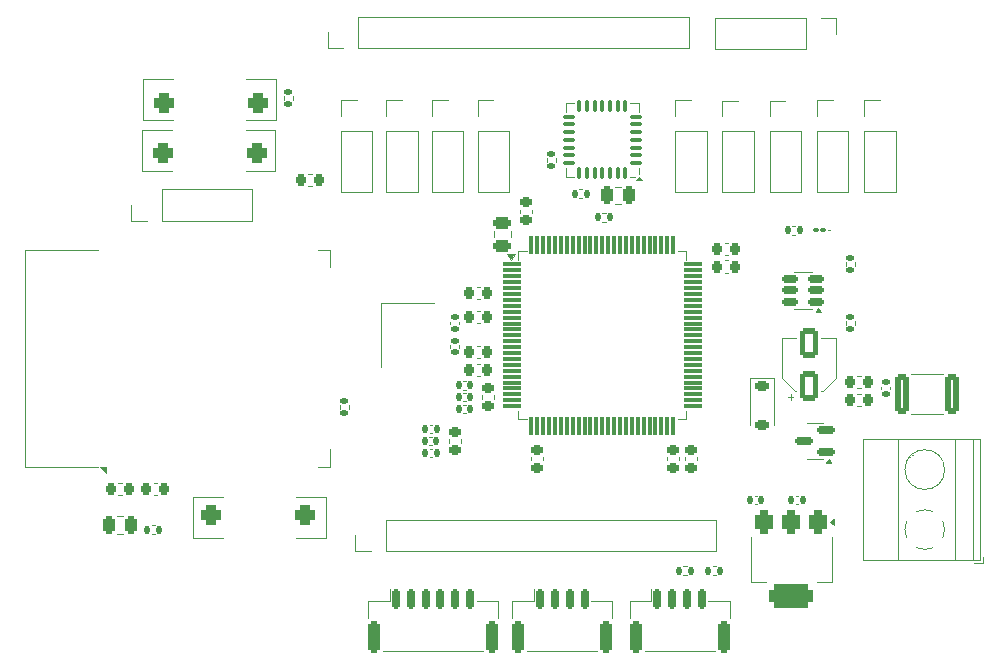
<source format=gto>
G04 #@! TF.GenerationSoftware,KiCad,Pcbnew,8.0.4*
G04 #@! TF.CreationDate,2024-09-23T19:03:46-05:00*
G04 #@! TF.ProjectId,STM32_board,53544d33-325f-4626-9f61-72642e6b6963,rev?*
G04 #@! TF.SameCoordinates,Original*
G04 #@! TF.FileFunction,Legend,Top*
G04 #@! TF.FilePolarity,Positive*
%FSLAX46Y46*%
G04 Gerber Fmt 4.6, Leading zero omitted, Abs format (unit mm)*
G04 Created by KiCad (PCBNEW 8.0.4) date 2024-09-23 19:03:46*
%MOMM*%
%LPD*%
G01*
G04 APERTURE LIST*
G04 Aperture macros list*
%AMRoundRect*
0 Rectangle with rounded corners*
0 $1 Rounding radius*
0 $2 $3 $4 $5 $6 $7 $8 $9 X,Y pos of 4 corners*
0 Add a 4 corners polygon primitive as box body*
4,1,4,$2,$3,$4,$5,$6,$7,$8,$9,$2,$3,0*
0 Add four circle primitives for the rounded corners*
1,1,$1+$1,$2,$3*
1,1,$1+$1,$4,$5*
1,1,$1+$1,$6,$7*
1,1,$1+$1,$8,$9*
0 Add four rect primitives between the rounded corners*
20,1,$1+$1,$2,$3,$4,$5,0*
20,1,$1+$1,$4,$5,$6,$7,0*
20,1,$1+$1,$6,$7,$8,$9,0*
20,1,$1+$1,$8,$9,$2,$3,0*%
G04 Aperture macros list end*
%ADD10C,0.120000*%
%ADD11C,0.100000*%
%ADD12RoundRect,0.225000X0.225000X0.250000X-0.225000X0.250000X-0.225000X-0.250000X0.225000X-0.250000X0*%
%ADD13RoundRect,0.140000X-0.170000X0.140000X-0.170000X-0.140000X0.170000X-0.140000X0.170000X0.140000X0*%
%ADD14RoundRect,0.140000X-0.140000X-0.170000X0.140000X-0.170000X0.140000X0.170000X-0.140000X0.170000X0*%
%ADD15RoundRect,0.425000X-0.425000X-0.425000X0.425000X-0.425000X0.425000X0.425000X-0.425000X0.425000X0*%
%ADD16RoundRect,0.075000X0.437500X0.075000X-0.437500X0.075000X-0.437500X-0.075000X0.437500X-0.075000X0*%
%ADD17RoundRect,0.075000X0.075000X0.437500X-0.075000X0.437500X-0.075000X-0.437500X0.075000X-0.437500X0*%
%ADD18R,4.250000X4.250000*%
%ADD19RoundRect,0.135000X-0.135000X-0.185000X0.135000X-0.185000X0.135000X0.185000X-0.135000X0.185000X0*%
%ADD20R,1.700000X1.700000*%
%ADD21O,1.700000X1.700000*%
%ADD22RoundRect,0.218750X-0.218750X-0.256250X0.218750X-0.256250X0.218750X0.256250X-0.218750X0.256250X0*%
%ADD23RoundRect,0.250000X0.250000X0.475000X-0.250000X0.475000X-0.250000X-0.475000X0.250000X-0.475000X0*%
%ADD24RoundRect,0.225000X-0.250000X0.225000X-0.250000X-0.225000X0.250000X-0.225000X0.250000X0.225000X0*%
%ADD25C,2.200000*%
%ADD26RoundRect,0.225000X-0.225000X-0.250000X0.225000X-0.250000X0.225000X0.250000X-0.225000X0.250000X0*%
%ADD27RoundRect,0.150000X-0.150000X-0.700000X0.150000X-0.700000X0.150000X0.700000X-0.150000X0.700000X0*%
%ADD28RoundRect,0.250000X-0.250000X-1.100000X0.250000X-1.100000X0.250000X1.100000X-0.250000X1.100000X0*%
%ADD29RoundRect,0.150000X0.587500X0.150000X-0.587500X0.150000X-0.587500X-0.150000X0.587500X-0.150000X0*%
%ADD30RoundRect,0.135000X0.135000X0.185000X-0.135000X0.185000X-0.135000X-0.185000X0.135000X-0.185000X0*%
%ADD31R,1.800000X2.100000*%
%ADD32RoundRect,0.140000X0.140000X0.170000X-0.140000X0.170000X-0.140000X-0.170000X0.140000X-0.170000X0*%
%ADD33RoundRect,0.225000X-0.375000X0.225000X-0.375000X-0.225000X0.375000X-0.225000X0.375000X0.225000X0*%
%ADD34RoundRect,0.135000X-0.185000X0.135000X-0.185000X-0.135000X0.185000X-0.135000X0.185000X0.135000X0*%
%ADD35RoundRect,0.250000X-0.312500X-1.450000X0.312500X-1.450000X0.312500X1.450000X-0.312500X1.450000X0*%
%ADD36RoundRect,0.150000X0.512500X0.150000X-0.512500X0.150000X-0.512500X-0.150000X0.512500X-0.150000X0*%
%ADD37RoundRect,0.218750X-0.256250X0.218750X-0.256250X-0.218750X0.256250X-0.218750X0.256250X0.218750X0*%
%ADD38R,2.600000X2.600000*%
%ADD39C,2.600000*%
%ADD40RoundRect,0.100000X0.130000X0.100000X-0.130000X0.100000X-0.130000X-0.100000X0.130000X-0.100000X0*%
%ADD41RoundRect,0.425000X0.425000X0.425000X-0.425000X0.425000X-0.425000X-0.425000X0.425000X-0.425000X0*%
%ADD42RoundRect,0.250000X0.550000X-1.050000X0.550000X1.050000X-0.550000X1.050000X-0.550000X-1.050000X0*%
%ADD43RoundRect,0.140000X0.170000X-0.140000X0.170000X0.140000X-0.170000X0.140000X-0.170000X-0.140000X0*%
%ADD44RoundRect,0.135000X0.185000X-0.135000X0.185000X0.135000X-0.185000X0.135000X-0.185000X-0.135000X0*%
%ADD45RoundRect,0.075000X-0.725000X-0.075000X0.725000X-0.075000X0.725000X0.075000X-0.725000X0.075000X0*%
%ADD46RoundRect,0.075000X-0.075000X-0.725000X0.075000X-0.725000X0.075000X0.725000X-0.075000X0.725000X0*%
%ADD47RoundRect,0.250000X0.475000X-0.250000X0.475000X0.250000X-0.475000X0.250000X-0.475000X-0.250000X0*%
%ADD48RoundRect,0.375000X-0.375000X0.625000X-0.375000X-0.625000X0.375000X-0.625000X0.375000X0.625000X0*%
%ADD49RoundRect,0.500000X-1.400000X0.500000X-1.400000X-0.500000X1.400000X-0.500000X1.400000X0.500000X0*%
%ADD50RoundRect,0.250000X-0.250000X-0.475000X0.250000X-0.475000X0.250000X0.475000X-0.250000X0.475000X0*%
%ADD51C,0.600000*%
%ADD52R,3.900000X3.900000*%
%ADD53R,0.900000X1.500000*%
%ADD54R,1.500000X0.900000*%
%ADD55RoundRect,0.225000X0.250000X-0.225000X0.250000X0.225000X-0.250000X0.225000X-0.250000X-0.225000X0*%
%ADD56O,2.400000X0.900000*%
%ADD57O,1.700000X0.900000*%
%ADD58C,0.700000*%
G04 APERTURE END LIST*
D10*
X108800580Y-111090000D02*
X108519420Y-111090000D01*
X108800580Y-112110000D02*
X108519420Y-112110000D01*
X173140000Y-102892164D02*
X173140000Y-103107836D01*
X173860000Y-102892164D02*
X173860000Y-103107836D01*
X165892164Y-112140000D02*
X166107836Y-112140000D01*
X165892164Y-112860000D02*
X166107836Y-112860000D01*
D11*
X110625000Y-80350000D02*
X113125000Y-80350000D01*
X121875000Y-80350000D02*
X119375000Y-80350000D01*
X110625000Y-76850000D02*
X110625000Y-80350000D01*
X113125000Y-76850000D02*
X110625000Y-76850000D01*
X119375000Y-76850000D02*
X121875000Y-76850000D01*
X121875000Y-76850000D02*
X121875000Y-80350000D01*
D10*
X146390000Y-78890000D02*
X146390000Y-79640000D01*
X146390000Y-85110000D02*
X146390000Y-84360000D01*
X147140000Y-78890000D02*
X146390000Y-78890000D01*
X147140000Y-85110000D02*
X146390000Y-85110000D01*
X151860000Y-78890000D02*
X152610000Y-78890000D01*
X151860000Y-85110000D02*
X152310000Y-85110000D01*
X152610000Y-78890000D02*
X152610000Y-79640000D01*
X152610000Y-84360000D02*
X152610000Y-84870000D01*
X152850000Y-85440000D02*
X152370000Y-85440000D01*
X152610000Y-85110000D01*
X152850000Y-85440000D01*
G36*
X152850000Y-85440000D02*
G01*
X152370000Y-85440000D01*
X152610000Y-85110000D01*
X152850000Y-85440000D01*
G37*
X147508859Y-86170000D02*
X147816141Y-86170000D01*
X147508859Y-86930000D02*
X147816141Y-86930000D01*
X127370000Y-78645000D02*
X128700000Y-78645000D01*
X127370000Y-79975000D02*
X127370000Y-78645000D01*
X127370000Y-81245000D02*
X127370000Y-86385000D01*
X127370000Y-81245000D02*
X130030000Y-81245000D01*
X127370000Y-86385000D02*
X130030000Y-86385000D01*
X130030000Y-81245000D02*
X130030000Y-86385000D01*
X171062221Y-101990000D02*
X171387779Y-101990000D01*
X171062221Y-103010000D02*
X171387779Y-103010000D01*
X108921252Y-113865000D02*
X108398748Y-113865000D01*
X108921252Y-115335000D02*
X108398748Y-115335000D01*
X154990000Y-108859420D02*
X154990000Y-109140580D01*
X156010000Y-108859420D02*
X156010000Y-109140580D01*
X139140580Y-96490000D02*
X138859420Y-96490000D01*
X139140580Y-97510000D02*
X138859420Y-97510000D01*
X124609420Y-84915000D02*
X124890580Y-84915000D01*
X124609420Y-85935000D02*
X124890580Y-85935000D01*
X159670000Y-78670000D02*
X161000000Y-78670000D01*
X159670000Y-80000000D02*
X159670000Y-78670000D01*
X159670000Y-81270000D02*
X159670000Y-86410000D01*
X159670000Y-81270000D02*
X162330000Y-81270000D01*
X159670000Y-86410000D02*
X162330000Y-86410000D01*
X162330000Y-81270000D02*
X162330000Y-86410000D01*
X129690000Y-121040000D02*
X131490000Y-121040000D01*
X129690000Y-122490000D02*
X129690000Y-121040000D01*
X130960000Y-125310000D02*
X139390000Y-125310000D01*
X131490000Y-121040000D02*
X131490000Y-120050000D01*
X140660000Y-121040000D02*
X138860000Y-121040000D01*
X140660000Y-122490000D02*
X140660000Y-121040000D01*
X167500000Y-105940000D02*
X166850000Y-105940000D01*
X167500000Y-105940000D02*
X168150000Y-105940000D01*
X167500000Y-109060000D02*
X166850000Y-109060000D01*
X167500000Y-109060000D02*
X168150000Y-109060000D01*
X168902500Y-109340000D02*
X168422500Y-109340000D01*
X168662500Y-109010000D01*
X168902500Y-109340000D01*
G36*
X168902500Y-109340000D02*
G01*
X168422500Y-109340000D01*
X168662500Y-109010000D01*
X168902500Y-109340000D01*
G37*
X156855000Y-74230000D02*
X156855000Y-71570000D01*
X128855000Y-74230000D02*
X156855000Y-74230000D01*
X128855000Y-74230000D02*
X128855000Y-71570000D01*
X128855000Y-71570000D02*
X156855000Y-71570000D01*
X127585000Y-74230000D02*
X126255000Y-74230000D01*
X126255000Y-74230000D02*
X126255000Y-72900000D01*
X159153641Y-118120000D02*
X158846359Y-118120000D01*
X159153641Y-118880000D02*
X158846359Y-118880000D01*
X130750000Y-95800000D02*
X130750000Y-101200000D01*
X135250000Y-95800000D02*
X130750000Y-95800000D01*
X137932836Y-103415000D02*
X137717164Y-103415000D01*
X137932836Y-104135000D02*
X137717164Y-104135000D01*
X139140580Y-100990000D02*
X138859420Y-100990000D01*
X139140580Y-102010000D02*
X138859420Y-102010000D01*
X136640000Y-99392164D02*
X136640000Y-99607836D01*
X137360000Y-99392164D02*
X137360000Y-99607836D01*
X137939086Y-102421250D02*
X137723414Y-102421250D01*
X137939086Y-103141250D02*
X137723414Y-103141250D01*
X159160000Y-116805000D02*
X159160000Y-114145000D01*
X131160000Y-116805000D02*
X159160000Y-116805000D01*
X131160000Y-116805000D02*
X131160000Y-114145000D01*
X131160000Y-114145000D02*
X159160000Y-114145000D01*
X129890000Y-116805000D02*
X128560000Y-116805000D01*
X128560000Y-116805000D02*
X128560000Y-115475000D01*
X162000000Y-102140000D02*
X162000000Y-106150000D01*
X164000000Y-102140000D02*
X162000000Y-102140000D01*
X164000000Y-102140000D02*
X164000000Y-106150000D01*
X165546359Y-90055000D02*
X165853641Y-90055000D01*
X165546359Y-89295000D02*
X165853641Y-89295000D01*
X109590000Y-88830000D02*
X109590000Y-87500000D01*
X110920000Y-88830000D02*
X109590000Y-88830000D01*
X112190000Y-86170000D02*
X119870000Y-86170000D01*
X112190000Y-88830000D02*
X112190000Y-86170000D01*
X112190000Y-88830000D02*
X119870000Y-88830000D01*
X119870000Y-88830000D02*
X119870000Y-86170000D01*
X170120000Y-92346359D02*
X170120000Y-92653641D01*
X170880000Y-92346359D02*
X170880000Y-92653641D01*
X175613748Y-101790000D02*
X178386252Y-101790000D01*
X175613748Y-105210000D02*
X178386252Y-105210000D01*
X123280000Y-78321359D02*
X123280000Y-78628641D01*
X122520000Y-78321359D02*
X122520000Y-78628641D01*
X163670000Y-78670000D02*
X165000000Y-78670000D01*
X163670000Y-80000000D02*
X163670000Y-78670000D01*
X163670000Y-81270000D02*
X163670000Y-86410000D01*
X163670000Y-81270000D02*
X166330000Y-81270000D01*
X163670000Y-86410000D02*
X166330000Y-86410000D01*
X166330000Y-81270000D02*
X166330000Y-86410000D01*
X135107836Y-106140000D02*
X134892164Y-106140000D01*
X135107836Y-106860000D02*
X134892164Y-106860000D01*
X166500000Y-93190000D02*
X165700000Y-93190000D01*
X166500000Y-93190000D02*
X167300000Y-93190000D01*
X166500000Y-96310000D02*
X165700000Y-96310000D01*
X166500000Y-96310000D02*
X167300000Y-96310000D01*
X168040000Y-96590000D02*
X167560000Y-96590000D01*
X167800000Y-96260000D01*
X168040000Y-96590000D01*
G36*
X168040000Y-96590000D02*
G01*
X167560000Y-96590000D01*
X167800000Y-96260000D01*
X168040000Y-96590000D01*
G37*
X162607836Y-112140000D02*
X162392164Y-112140000D01*
X162607836Y-112860000D02*
X162392164Y-112860000D01*
X139321250Y-103618471D02*
X139321250Y-103944029D01*
X140341250Y-103618471D02*
X140341250Y-103944029D01*
X139140580Y-94490000D02*
X138859420Y-94490000D01*
X139140580Y-95510000D02*
X138859420Y-95510000D01*
X138945000Y-78640000D02*
X140275000Y-78640000D01*
X138945000Y-79970000D02*
X138945000Y-78640000D01*
X138945000Y-81240000D02*
X138945000Y-86380000D01*
X138945000Y-81240000D02*
X141605000Y-81240000D01*
X138945000Y-86380000D02*
X141605000Y-86380000D01*
X141605000Y-81240000D02*
X141605000Y-86380000D01*
X171544000Y-107320000D02*
X181465000Y-107320000D01*
X171544000Y-117600000D02*
X171544000Y-107320000D01*
X171544000Y-117600000D02*
X181465000Y-117600000D01*
X174504000Y-117600000D02*
X174504000Y-107320000D01*
X175530000Y-108850000D02*
X175566000Y-108885000D01*
X175736000Y-108645000D02*
X175782000Y-108692000D01*
X177828000Y-111147000D02*
X177874000Y-111194000D01*
X178044000Y-110954000D02*
X178079000Y-110989000D01*
X179405000Y-117600000D02*
X179405000Y-107320000D01*
X180905000Y-117600000D02*
X180905000Y-107320000D01*
X180965000Y-117840000D02*
X181705000Y-117840000D01*
X181465000Y-117600000D02*
X181465000Y-107320000D01*
X181705000Y-117840000D02*
X181705000Y-117340000D01*
X175269573Y-115683042D02*
G75*
G02*
X175270000Y-114316000I1535420J683041D01*
G01*
X176121958Y-113464573D02*
G75*
G02*
X177489000Y-113465000I683042J-1535427D01*
G01*
X177488042Y-116535427D02*
G75*
G02*
X176121000Y-116535000I-683041J1535420D01*
G01*
X178339756Y-114316682D02*
G75*
G02*
X178485000Y-115000000I-1534756J-683318D01*
G01*
X178485253Y-114971195D02*
G75*
G02*
X178340000Y-115684000I-1680254J-28806D01*
G01*
X178485000Y-109920000D02*
G75*
G02*
X175125000Y-109920000I-1680000J0D01*
G01*
X175125000Y-109920000D02*
G75*
G02*
X178485000Y-109920000I1680000J0D01*
G01*
X137939086Y-104421250D02*
X137723414Y-104421250D01*
X137939086Y-105141250D02*
X137723414Y-105141250D01*
X143490000Y-108859420D02*
X143490000Y-109140580D01*
X144510000Y-108859420D02*
X144510000Y-109140580D01*
X171084420Y-103490000D02*
X171365580Y-103490000D01*
X171084420Y-104510000D02*
X171365580Y-104510000D01*
D11*
X168790000Y-89675000D02*
G75*
G02*
X168690000Y-89675000I-50000J0D01*
G01*
X168690000Y-89675000D02*
G75*
G02*
X168790000Y-89675000I50000J0D01*
G01*
X114850000Y-115725000D02*
X114850000Y-112225000D01*
X117350000Y-115725000D02*
X114850000Y-115725000D01*
X123600000Y-115725000D02*
X126100000Y-115725000D01*
X126100000Y-115725000D02*
X126100000Y-112225000D01*
X114850000Y-112225000D02*
X117350000Y-112225000D01*
X126100000Y-112225000D02*
X123600000Y-112225000D01*
D10*
X156490000Y-108859420D02*
X156490000Y-109140580D01*
X157510000Y-108859420D02*
X157510000Y-109140580D01*
X164740000Y-98740000D02*
X165940000Y-98740000D01*
X164740000Y-102195563D02*
X164740000Y-98740000D01*
X165190000Y-103750000D02*
X165690000Y-103750000D01*
X165440000Y-104000000D02*
X165440000Y-103500000D01*
X165804437Y-103260000D02*
X164740000Y-102195563D01*
X165804437Y-103260000D02*
X165940000Y-103260000D01*
X168195563Y-103260000D02*
X168060000Y-103260000D01*
X168195563Y-103260000D02*
X169260000Y-102195563D01*
X169260000Y-98740000D02*
X168060000Y-98740000D01*
X169260000Y-102195563D02*
X169260000Y-98740000D01*
X159859420Y-92215000D02*
X160140580Y-92215000D01*
X159859420Y-93235000D02*
X160140580Y-93235000D01*
X149778641Y-88930000D02*
X149471359Y-88930000D01*
X149778641Y-88170000D02*
X149471359Y-88170000D01*
X141890000Y-121040000D02*
X143690000Y-121040000D01*
X141890000Y-122490000D02*
X141890000Y-121040000D01*
X143160000Y-125310000D02*
X149090000Y-125310000D01*
X143690000Y-121040000D02*
X143690000Y-120050000D01*
X150360000Y-121040000D02*
X148560000Y-121040000D01*
X150360000Y-122490000D02*
X150360000Y-121040000D01*
X136640000Y-97607836D02*
X136640000Y-97392164D01*
X137360000Y-97607836D02*
X137360000Y-97392164D01*
X131220000Y-78640000D02*
X132550000Y-78640000D01*
X131220000Y-79970000D02*
X131220000Y-78640000D01*
X131220000Y-81240000D02*
X131220000Y-86380000D01*
X131220000Y-81240000D02*
X133880000Y-81240000D01*
X131220000Y-86380000D02*
X133880000Y-86380000D01*
X133880000Y-81240000D02*
X133880000Y-86380000D01*
X127280000Y-104753641D02*
X127280000Y-104446359D01*
X128040000Y-104753641D02*
X128040000Y-104446359D01*
X136490000Y-107337221D02*
X136490000Y-107662779D01*
X137510000Y-107337221D02*
X137510000Y-107662779D01*
X111800580Y-111090000D02*
X111519420Y-111090000D01*
X111800580Y-112110000D02*
X111519420Y-112110000D01*
X159859420Y-90715000D02*
X160140580Y-90715000D01*
X159859420Y-91735000D02*
X160140580Y-91735000D01*
X156346359Y-118120000D02*
X156653641Y-118120000D01*
X156346359Y-118880000D02*
X156653641Y-118880000D01*
X142390000Y-91440000D02*
X142390000Y-92140000D01*
X142390000Y-105660000D02*
X142390000Y-104960000D01*
X143090000Y-91440000D02*
X142390000Y-91440000D01*
X143090000Y-105660000D02*
X142390000Y-105660000D01*
X155910000Y-91440000D02*
X156610000Y-91440000D01*
X155910000Y-105660000D02*
X156610000Y-105660000D01*
X156610000Y-91440000D02*
X156610000Y-92140000D01*
X156610000Y-105660000D02*
X156610000Y-104960000D01*
X141762500Y-92140000D02*
X141422500Y-91670000D01*
X142102500Y-91670000D01*
X141762500Y-92140000D01*
G36*
X141762500Y-92140000D02*
G01*
X141422500Y-91670000D01*
X142102500Y-91670000D01*
X141762500Y-92140000D01*
G37*
X140315000Y-90261252D02*
X140315000Y-89738748D01*
X141785000Y-90261252D02*
X141785000Y-89738748D01*
X170120000Y-97653641D02*
X170120000Y-97346359D01*
X170880000Y-97653641D02*
X170880000Y-97346359D01*
X162090000Y-115650000D02*
X162090000Y-119410000D01*
X162090000Y-119410000D02*
X163350000Y-119410000D01*
X168910000Y-115650000D02*
X168910000Y-119410000D01*
X168910000Y-119410000D02*
X167650000Y-119410000D01*
X169140000Y-114610000D02*
X168810000Y-114370000D01*
X169140000Y-114130000D01*
X169140000Y-114610000D01*
G36*
X169140000Y-114610000D02*
G01*
X168810000Y-114370000D01*
X169140000Y-114130000D01*
X169140000Y-114610000D01*
G37*
X167670000Y-78645000D02*
X169000000Y-78645000D01*
X167670000Y-79975000D02*
X167670000Y-78645000D01*
X167670000Y-81245000D02*
X167670000Y-86385000D01*
X167670000Y-81245000D02*
X170330000Y-81245000D01*
X167670000Y-86385000D02*
X170330000Y-86385000D01*
X170330000Y-81245000D02*
X170330000Y-86385000D01*
X139140580Y-99490000D02*
X138859420Y-99490000D01*
X139140580Y-100510000D02*
X138859420Y-100510000D01*
X135070000Y-78640000D02*
X136400000Y-78640000D01*
X135070000Y-79970000D02*
X135070000Y-78640000D01*
X135070000Y-81240000D02*
X135070000Y-86380000D01*
X135070000Y-81240000D02*
X137730000Y-81240000D01*
X135070000Y-86380000D02*
X137730000Y-86380000D01*
X137730000Y-81240000D02*
X137730000Y-86380000D01*
X159050000Y-71670000D02*
X159050000Y-74330000D01*
X166730000Y-71670000D02*
X159050000Y-71670000D01*
X166730000Y-71670000D02*
X166730000Y-74330000D01*
X166730000Y-74330000D02*
X159050000Y-74330000D01*
X168000000Y-71670000D02*
X169330000Y-71670000D01*
X169330000Y-71670000D02*
X169330000Y-73000000D01*
X150563748Y-85965000D02*
X151086252Y-85965000D01*
X150563748Y-87435000D02*
X151086252Y-87435000D01*
X107475000Y-110200000D02*
X106975000Y-109700000D01*
X107475000Y-109700000D01*
X107475000Y-110200000D01*
G36*
X107475000Y-110200000D02*
G01*
X106975000Y-109700000D01*
X107475000Y-109700000D01*
X107475000Y-110200000D01*
G37*
X126450000Y-109700000D02*
X126450000Y-108200000D01*
X126450000Y-91300000D02*
X126450000Y-92800000D01*
X126450000Y-91300000D02*
X125450000Y-91300000D01*
X125450000Y-109700000D02*
X126450000Y-109700000D01*
X100600000Y-109700000D02*
X106800000Y-109700000D01*
X100600000Y-109700000D02*
X100600000Y-91300000D01*
X100600000Y-91300000D02*
X106800000Y-91300000D01*
X111346359Y-114620000D02*
X111653641Y-114620000D01*
X111346359Y-115380000D02*
X111653641Y-115380000D01*
D11*
X121800000Y-84625000D02*
X119300000Y-84625000D01*
X121800000Y-81125000D02*
X121800000Y-84625000D01*
X119300000Y-81125000D02*
X121800000Y-81125000D01*
X113050000Y-81125000D02*
X110550000Y-81125000D01*
X110550000Y-84625000D02*
X113050000Y-84625000D01*
X110550000Y-81125000D02*
X110550000Y-84625000D01*
D10*
X151815000Y-121040000D02*
X153615000Y-121040000D01*
X151815000Y-122490000D02*
X151815000Y-121040000D01*
X153085000Y-125310000D02*
X159015000Y-125310000D01*
X153615000Y-121040000D02*
X153615000Y-120050000D01*
X160285000Y-121040000D02*
X158485000Y-121040000D01*
X160285000Y-122490000D02*
X160285000Y-121040000D01*
X142565000Y-88190580D02*
X142565000Y-87909420D01*
X143585000Y-88190580D02*
X143585000Y-87909420D01*
X155670000Y-78645000D02*
X157000000Y-78645000D01*
X155670000Y-79975000D02*
X155670000Y-78645000D01*
X155670000Y-81245000D02*
X155670000Y-86385000D01*
X155670000Y-81245000D02*
X158330000Y-81245000D01*
X155670000Y-86385000D02*
X158330000Y-86385000D01*
X158330000Y-81245000D02*
X158330000Y-86385000D01*
X171670000Y-78645000D02*
X173000000Y-78645000D01*
X171670000Y-79975000D02*
X171670000Y-78645000D01*
X171670000Y-81245000D02*
X171670000Y-86385000D01*
X171670000Y-81245000D02*
X174330000Y-81245000D01*
X171670000Y-86385000D02*
X174330000Y-86385000D01*
X174330000Y-81245000D02*
X174330000Y-86385000D01*
X135107836Y-108140000D02*
X134892164Y-108140000D01*
X135107836Y-108860000D02*
X134892164Y-108860000D01*
X144820000Y-83546359D02*
X144820000Y-83853641D01*
X145580000Y-83546359D02*
X145580000Y-83853641D01*
X135082836Y-107860000D02*
X134867164Y-107860000D01*
X135082836Y-107140000D02*
X134867164Y-107140000D01*
%LPC*%
D12*
X109435000Y-111600000D03*
X107885000Y-111600000D03*
D13*
X173500000Y-102520000D03*
X173500000Y-103480000D03*
D14*
X165520000Y-112500000D03*
X166480000Y-112500000D03*
D15*
X120325000Y-78850000D03*
X112425000Y-78850000D03*
D16*
X152337500Y-83950000D03*
X152337500Y-83300000D03*
X152337500Y-82650000D03*
X152337500Y-82000000D03*
X152337500Y-81350000D03*
X152337500Y-80700000D03*
X152337500Y-80050000D03*
D17*
X151450000Y-79162500D03*
X150800000Y-79162500D03*
X150150000Y-79162500D03*
X149500000Y-79162500D03*
X148850000Y-79162500D03*
X148200000Y-79162500D03*
X147550000Y-79162500D03*
D16*
X146662500Y-80050000D03*
X146662500Y-80700000D03*
X146662500Y-81350000D03*
X146662500Y-82000000D03*
X146662500Y-82650000D03*
X146662500Y-83300000D03*
X146662500Y-83950000D03*
D17*
X147550000Y-84837500D03*
X148200000Y-84837500D03*
X148850000Y-84837500D03*
X149500000Y-84837500D03*
X150150000Y-84837500D03*
X150800000Y-84837500D03*
X151450000Y-84837500D03*
D18*
X149500000Y-82000000D03*
D19*
X147152500Y-86550000D03*
X148172500Y-86550000D03*
D20*
X128700000Y-79975000D03*
D21*
X128700000Y-82515000D03*
X128700000Y-85055000D03*
D22*
X170437500Y-102500000D03*
X172012500Y-102500000D03*
D23*
X109610000Y-114600000D03*
X107710000Y-114600000D03*
D24*
X155500000Y-108225000D03*
X155500000Y-109775000D03*
D25*
X178000000Y-73500000D03*
D12*
X139775000Y-97000000D03*
X138225000Y-97000000D03*
D26*
X123975000Y-85425000D03*
X125525000Y-85425000D03*
D20*
X161000000Y-80000000D03*
D21*
X161000000Y-82540000D03*
X161000000Y-85080000D03*
D27*
X132050000Y-120900000D03*
X133300000Y-120900000D03*
X134550000Y-120900000D03*
X135800000Y-120900000D03*
X137050000Y-120900000D03*
X138300000Y-120900000D03*
D28*
X130200000Y-124100000D03*
X140150000Y-124100000D03*
D29*
X168437500Y-108450000D03*
X168437500Y-106550000D03*
X166562500Y-107500000D03*
D20*
X127585000Y-72900000D03*
D21*
X130125000Y-72900000D03*
X132665000Y-72900000D03*
X135205000Y-72900000D03*
X137745000Y-72900000D03*
X140285000Y-72900000D03*
X142825000Y-72900000D03*
X145365000Y-72900000D03*
X147905000Y-72900000D03*
X150445000Y-72900000D03*
X152985000Y-72900000D03*
X155525000Y-72900000D03*
D30*
X159510000Y-118500000D03*
X158490000Y-118500000D03*
D31*
X131850000Y-97050000D03*
X131850000Y-99950000D03*
X134150000Y-99950000D03*
X134150000Y-97050000D03*
D32*
X138305000Y-103775000D03*
X137345000Y-103775000D03*
D12*
X139775000Y-101500000D03*
X138225000Y-101500000D03*
D13*
X137000000Y-99020000D03*
X137000000Y-99980000D03*
D32*
X138311250Y-102781250D03*
X137351250Y-102781250D03*
D20*
X129890000Y-115475000D03*
D21*
X132430000Y-115475000D03*
X134970000Y-115475000D03*
X137510000Y-115475000D03*
X140050000Y-115475000D03*
X142590000Y-115475000D03*
X145130000Y-115475000D03*
X147670000Y-115475000D03*
X150210000Y-115475000D03*
X152750000Y-115475000D03*
X155290000Y-115475000D03*
X157830000Y-115475000D03*
D33*
X163000000Y-102850000D03*
X163000000Y-106150000D03*
D19*
X165190000Y-89675000D03*
X166210000Y-89675000D03*
D20*
X110920000Y-87500000D03*
D21*
X113460000Y-87500000D03*
X116000000Y-87500000D03*
X118540000Y-87500000D03*
D34*
X170500000Y-91990000D03*
X170500000Y-93010000D03*
D25*
X110000000Y-122500000D03*
D35*
X174862500Y-103500000D03*
X179137500Y-103500000D03*
D34*
X122900000Y-77965000D03*
X122900000Y-78985000D03*
D25*
X178000000Y-122500000D03*
D20*
X165000000Y-80000000D03*
D21*
X165000000Y-82540000D03*
X165000000Y-85080000D03*
D32*
X135480000Y-106500000D03*
X134520000Y-106500000D03*
D36*
X167637500Y-95700000D03*
X167637500Y-94750000D03*
X167637500Y-93800000D03*
X165362500Y-93800000D03*
X165362500Y-94750000D03*
X165362500Y-95700000D03*
D32*
X162980000Y-112500000D03*
X162020000Y-112500000D03*
D37*
X139831250Y-102993750D03*
X139831250Y-104568750D03*
D12*
X139775000Y-95000000D03*
X138225000Y-95000000D03*
D20*
X140275000Y-79970000D03*
D21*
X140275000Y-82510000D03*
X140275000Y-85050000D03*
D38*
X176805000Y-115000000D03*
D39*
X176805000Y-109920000D03*
D32*
X138311250Y-104781250D03*
X137351250Y-104781250D03*
D24*
X144000000Y-108225000D03*
X144000000Y-109775000D03*
D26*
X170450000Y-104000000D03*
X172000000Y-104000000D03*
D40*
X168200000Y-89675000D03*
X167560000Y-89675000D03*
D41*
X124300000Y-113725000D03*
X116400000Y-113725000D03*
D24*
X157000000Y-108225000D03*
X157000000Y-109775000D03*
D25*
X110000000Y-73500000D03*
D42*
X167000000Y-102800000D03*
X167000000Y-99200000D03*
D26*
X159225000Y-92725000D03*
X160775000Y-92725000D03*
D30*
X149115000Y-88550000D03*
X150135000Y-88550000D03*
D27*
X144250000Y-120900000D03*
X145500000Y-120900000D03*
X146750000Y-120900000D03*
X148000000Y-120900000D03*
D28*
X142400000Y-124100000D03*
X149850000Y-124100000D03*
D43*
X137000000Y-97980000D03*
X137000000Y-97020000D03*
D20*
X132550000Y-79970000D03*
D21*
X132550000Y-82510000D03*
X132550000Y-85050000D03*
D44*
X127660000Y-105110000D03*
X127660000Y-104090000D03*
D37*
X137000000Y-106712500D03*
X137000000Y-108287500D03*
D12*
X112435000Y-111600000D03*
X110885000Y-111600000D03*
D26*
X159225000Y-91225000D03*
X160775000Y-91225000D03*
D19*
X155990000Y-118500000D03*
X157010000Y-118500000D03*
D45*
X141825000Y-92550000D03*
X141825000Y-93050000D03*
X141825000Y-93550000D03*
X141825000Y-94050000D03*
X141825000Y-94550000D03*
X141825000Y-95050000D03*
X141825000Y-95550000D03*
X141825000Y-96050000D03*
X141825000Y-96550000D03*
X141825000Y-97050000D03*
X141825000Y-97550000D03*
X141825000Y-98050000D03*
X141825000Y-98550000D03*
X141825000Y-99050000D03*
X141825000Y-99550000D03*
X141825000Y-100050000D03*
X141825000Y-100550000D03*
X141825000Y-101050000D03*
X141825000Y-101550000D03*
X141825000Y-102050000D03*
X141825000Y-102550000D03*
X141825000Y-103050000D03*
X141825000Y-103550000D03*
X141825000Y-104050000D03*
X141825000Y-104550000D03*
D46*
X143500000Y-106225000D03*
X144000000Y-106225000D03*
X144500000Y-106225000D03*
X145000000Y-106225000D03*
X145500000Y-106225000D03*
X146000000Y-106225000D03*
X146500000Y-106225000D03*
X147000000Y-106225000D03*
X147500000Y-106225000D03*
X148000000Y-106225000D03*
X148500000Y-106225000D03*
X149000000Y-106225000D03*
X149500000Y-106225000D03*
X150000000Y-106225000D03*
X150500000Y-106225000D03*
X151000000Y-106225000D03*
X151500000Y-106225000D03*
X152000000Y-106225000D03*
X152500000Y-106225000D03*
X153000000Y-106225000D03*
X153500000Y-106225000D03*
X154000000Y-106225000D03*
X154500000Y-106225000D03*
X155000000Y-106225000D03*
X155500000Y-106225000D03*
D45*
X157175000Y-104550000D03*
X157175000Y-104050000D03*
X157175000Y-103550000D03*
X157175000Y-103050000D03*
X157175000Y-102550000D03*
X157175000Y-102050000D03*
X157175000Y-101550000D03*
X157175000Y-101050000D03*
X157175000Y-100550000D03*
X157175000Y-100050000D03*
X157175000Y-99550000D03*
X157175000Y-99050000D03*
X157175000Y-98550000D03*
X157175000Y-98050000D03*
X157175000Y-97550000D03*
X157175000Y-97050000D03*
X157175000Y-96550000D03*
X157175000Y-96050000D03*
X157175000Y-95550000D03*
X157175000Y-95050000D03*
X157175000Y-94550000D03*
X157175000Y-94050000D03*
X157175000Y-93550000D03*
X157175000Y-93050000D03*
X157175000Y-92550000D03*
D46*
X155500000Y-90875000D03*
X155000000Y-90875000D03*
X154500000Y-90875000D03*
X154000000Y-90875000D03*
X153500000Y-90875000D03*
X153000000Y-90875000D03*
X152500000Y-90875000D03*
X152000000Y-90875000D03*
X151500000Y-90875000D03*
X151000000Y-90875000D03*
X150500000Y-90875000D03*
X150000000Y-90875000D03*
X149500000Y-90875000D03*
X149000000Y-90875000D03*
X148500000Y-90875000D03*
X148000000Y-90875000D03*
X147500000Y-90875000D03*
X147000000Y-90875000D03*
X146500000Y-90875000D03*
X146000000Y-90875000D03*
X145500000Y-90875000D03*
X145000000Y-90875000D03*
X144500000Y-90875000D03*
X144000000Y-90875000D03*
X143500000Y-90875000D03*
D47*
X141050000Y-90950000D03*
X141050000Y-89050000D03*
D44*
X170500000Y-98010000D03*
X170500000Y-96990000D03*
D48*
X167800000Y-114350000D03*
X165500000Y-114350000D03*
D49*
X165500000Y-120650000D03*
D48*
X163200000Y-114350000D03*
D20*
X169000000Y-79975000D03*
D21*
X169000000Y-82515000D03*
X169000000Y-85055000D03*
D12*
X139775000Y-100000000D03*
X138225000Y-100000000D03*
D20*
X136400000Y-79970000D03*
D21*
X136400000Y-82510000D03*
X136400000Y-85050000D03*
D20*
X168000000Y-73000000D03*
D21*
X165460000Y-73000000D03*
X162920000Y-73000000D03*
X160380000Y-73000000D03*
D50*
X149875000Y-86700000D03*
X151775000Y-86700000D03*
D51*
X116660000Y-100600000D03*
X115260000Y-100600000D03*
X117360000Y-101300000D03*
X115960000Y-101300000D03*
X114560000Y-101300000D03*
X116660000Y-102000000D03*
D52*
X115960000Y-102000000D03*
D51*
X115260000Y-102000000D03*
X117360000Y-102700000D03*
X115960000Y-102700000D03*
X114560000Y-102700000D03*
X116660000Y-103400000D03*
X115260000Y-103400000D03*
D53*
X108240000Y-91750000D03*
X109510000Y-91750000D03*
X110780000Y-91750000D03*
X112050000Y-91750000D03*
X113320000Y-91750000D03*
X114590000Y-91750000D03*
X115860000Y-91750000D03*
X117130000Y-91750000D03*
X118400000Y-91750000D03*
X119670000Y-91750000D03*
X120940000Y-91750000D03*
X122210000Y-91750000D03*
X123480000Y-91750000D03*
X124750000Y-91750000D03*
D54*
X126000000Y-93515000D03*
X126000000Y-94785000D03*
X126000000Y-96055000D03*
X126000000Y-97325000D03*
X126000000Y-98595000D03*
X126000000Y-99865000D03*
X126000000Y-101135000D03*
X126000000Y-102405000D03*
X126000000Y-103675000D03*
X126000000Y-104945000D03*
X126000000Y-106215000D03*
X126000000Y-107485000D03*
D53*
X124750000Y-109250000D03*
X123480000Y-109250000D03*
X122210000Y-109250000D03*
X120940000Y-109250000D03*
X119670000Y-109250000D03*
X118400000Y-109250000D03*
X117130000Y-109250000D03*
X115860000Y-109250000D03*
X114590000Y-109250000D03*
X113320000Y-109250000D03*
X112050000Y-109250000D03*
X110780000Y-109250000D03*
X109510000Y-109250000D03*
X108240000Y-109250000D03*
D19*
X110990000Y-115000000D03*
X112010000Y-115000000D03*
D15*
X120250000Y-83125000D03*
X112350000Y-83125000D03*
D27*
X154175000Y-120900000D03*
X155425000Y-120900000D03*
X156675000Y-120900000D03*
X157925000Y-120900000D03*
D28*
X152325000Y-124100000D03*
X159775000Y-124100000D03*
D55*
X143075000Y-88825000D03*
X143075000Y-87275000D03*
D20*
X157000000Y-79975000D03*
D21*
X157000000Y-82515000D03*
X157000000Y-85055000D03*
D20*
X173000000Y-79975000D03*
D21*
X173000000Y-82515000D03*
X173000000Y-85055000D03*
D32*
X135480000Y-108500000D03*
X134520000Y-108500000D03*
D34*
X145200000Y-83190000D03*
X145200000Y-84210000D03*
D32*
X134495000Y-107500000D03*
X135455000Y-107500000D03*
D56*
X173455000Y-99000000D03*
D57*
X176835000Y-99000000D03*
D56*
X173455000Y-90350000D03*
D57*
X176835000Y-90350000D03*
D58*
X173825000Y-91700000D03*
X173825000Y-92550000D03*
X173825000Y-93400000D03*
X173825000Y-94250000D03*
X173825000Y-95100000D03*
X173825000Y-95950000D03*
X173825000Y-96800000D03*
X173825000Y-97650000D03*
X172475000Y-97650000D03*
X172475000Y-96800000D03*
X172475000Y-95950000D03*
X172475000Y-95100000D03*
X172475000Y-94250000D03*
X172475000Y-93400000D03*
X172475000Y-92550000D03*
X172475000Y-91700000D03*
%LPD*%
M02*

</source>
